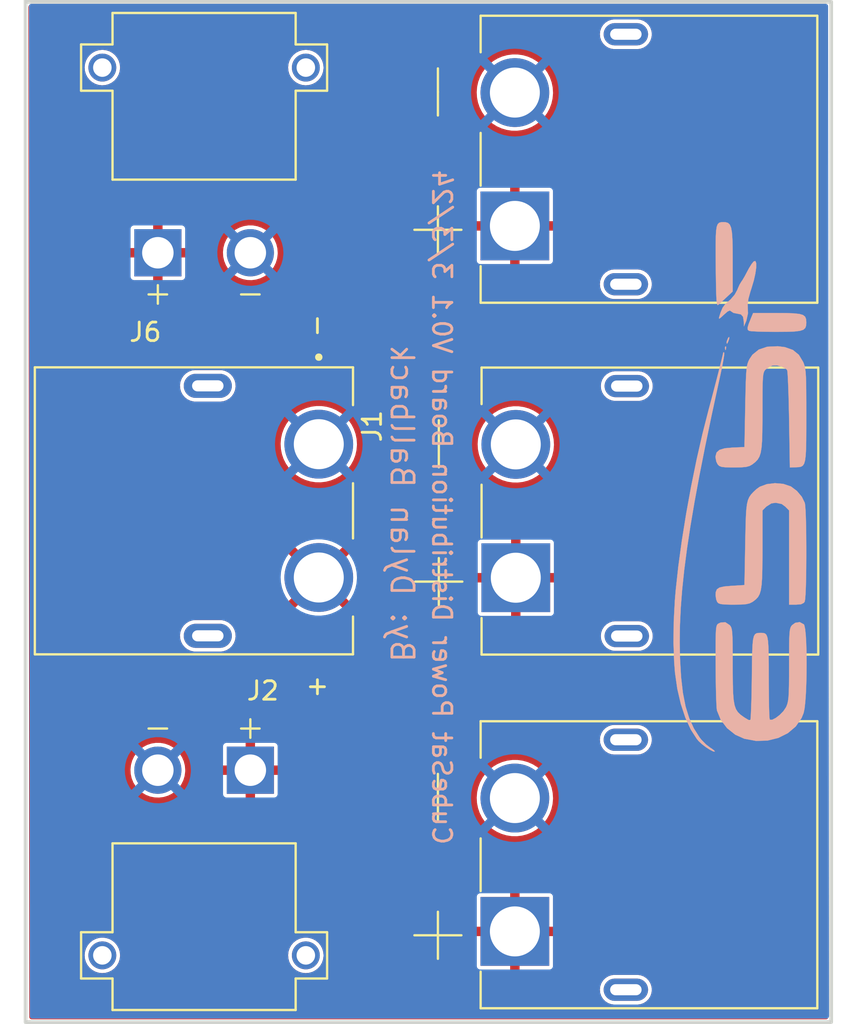
<source format=kicad_pcb>
(kicad_pcb (version 20211014) (generator pcbnew)
  (layers (0 "F.Cu" signal) (31 "B.Cu" signal) (34 "B.Paste" user) (35 "F.Paste" user) (36 "B.SilkS" user "B.Silkscreen") (37 "F.SilkS" user "F.Silkscreen") (38 "B.Mask" user) (39 "F.Mask" user) (44 "Edge.Cuts" user))
  (net 0 "")
  (net 1 "-BATT")
  (net 2 "+BATT")
  (footprint "dylan:AMASS_XT60PW-M" (layer "F.Cu") (at 142.75 73.15 -90)
    (fp_text reference "J5" hide)
    (fp_text value "XT60PW-M")
    (fp_line (start -4.905 10.16) (end -3.635 10.16) (layer "F.SilkS") (width 0.127))
    (fp_line (start -7.75 7.85) (end -5.778 7.85) (layer "F.SilkS") (width 0.127))
    (fp_line (start 2.54 10.16) (end 3.81 10.16) (layer "F.SilkS") (width 0.127))
    (fp_line (start 3.81 10.16) (end 3.81 11.43) (layer "F.SilkS") (width 0.127))
    (fp_line (start -1.422 7.85) (end 1.422 7.85) (layer "F.SilkS") (width 0.127))
    (fp_line (start 7.75 7.85) (end 5.778 7.85) (layer "F.SilkS") (width 0.127))
    (fp_line (start 7.75 7.85) (end 7.75 -10.35) (layer "F.SilkS") (width 0.127))
    (fp_line (start -7.75 -10.35) (end -7.75 7.85) (layer "F.SilkS") (width 0.127))
    (fp_line (start -2.365 10.16) (end -3.635 10.16) (layer "F.SilkS") (width 0.127))
    (fp_line (start 3.81 10.16) (end 3.81 8.89) (layer "F.SilkS") (width 0.127))
    (fp_line (start 5.08 10.16) (end 3.81 10.16) (layer "F.SilkS") (width 0.127))
    (fp_line (start 7.75 -10.35) (end -7.75 -10.35) (layer "F.SilkS") (width 0.127))
    (pad "1" thru_hole rect (at 3.6 6 270) (size 3.716 3.716) (drill 2.7) (layers *.Cu *.Mask) (net 2 "+BATT"))
    (pad "2" thru_hole circle (at -3.6 6 270) (size 3.716 3.716) (drill 2.7) (layers *.Cu *.Mask) (net 1 "-BATT"))
    (pad "S1" thru_hole oval (at 6.75 0 270) (size 1.2 2.4) (drill oval 0.6 1.7) (layers *.Cu *.Mask))
    (pad "S2" thru_hole oval (at -6.75 0 270) (size 1.2 2.4) (drill oval 0.6 1.7) (layers *.Cu *.Mask))
  )
  (footprint "dylan:AMASS_XT30PW-M" (layer "F.Cu") (at 119.95 116.14425 180)
    (fp_text reference "J2" (at -3.175 14.2875) (layer "F.SilkS"))
    (fp_text value "XT30PW-M")
    (fp_line (start 4.95 -2.95) (end 4.95 -1.25) (layer "F.SilkS") (width 0.127))
    (fp_line (start -4.95 -2.95) (end 4.95 -2.95) (layer "F.SilkS") (width 0.127))
    (fp_line (start -6.65 1.25) (end -6.65 -1.25) (layer "F.SilkS") (width 0.127))
    (fp_line (start 6.65 -1.25) (end 6.65 1.25) (layer "F.SilkS") (width 0.127))
    (fp_line (start -2.5 12.75) (end -2.5 11.75) (layer "F.SilkS") (width 0.127))
    (fp_line (start -3 12.25) (end -2 12.25) (layer "F.SilkS") (width 0.127))
    (fp_line (start -4.95 6.05) (end -4.95 1.25) (layer "F.SilkS") (width 0.127))
    (fp_line (start 6.65 1.25) (end 4.95 1.25) (layer "F.SilkS") (width 0.127))
    (fp_line (start -4.95 1.25) (end -6.65 1.25) (layer "F.SilkS") (width 0.127))
    (fp_line (start 4.95 6.05) (end -4.95 6.05) (layer "F.SilkS") (width 0.127))
    (fp_line (start 2 12.25) (end 3 12.25) (layer "F.SilkS") (width 0.127))
    (fp_line (start -6.65 -1.25) (end -4.95 -1.25) (layer "F.SilkS") (width 0.127))
    (fp_line (start -4.95 -1.25) (end -4.95 -2.95) (layer "F.SilkS") (width 0.127))
    (fp_line (start 4.95 -1.25) (end 6.65 -1.25) (layer "F.SilkS") (width 0.127))
    (fp_line (start 4.95 1.25) (end 4.95 6.05) (layer "F.SilkS") (width 0.127))
    (pad "N" thru_hole circle (at 2.5 10 180) (size 2.55 2.55) (drill 1.7) (layers *.Cu *.Mask) (net 1 "-BATT"))
    (pad "P" thru_hole rect (at -2.5 10 180) (size 2.55 2.55) (drill 1.7) (layers *.Cu *.Mask) (net 2 "+BATT"))
    (pad "S1" thru_hole circle (at 5.5 0 180) (size 1.508 1.508) (drill 1) (layers *.Cu *.Mask))
    (pad "S2" thru_hole circle (at -5.5 0 180) (size 1.508 1.508) (drill 1) (layers *.Cu *.Mask))
  )
  (footprint "dylan:AMASS_XT60PW-M" (layer "F.Cu") (at 142.8 92.15 -90)
    (fp_text reference "J4" hide)
    (fp_text value "XT60PW-M")
    (fp_line (start -7.75 -10.35) (end -7.75 7.85) (layer "F.SilkS") (width 0.127))
    (fp_line (start -1.422 7.85) (end 1.422 7.85) (layer "F.SilkS") (width 0.127))
    (fp_line (start -4.905 10.16) (end -3.635 10.16) (layer "F.SilkS") (width 0.127))
    (fp_line (start 7.75 -10.35) (end -7.75 -10.35) (layer "F.SilkS") (width 0.127))
    (fp_line (start 5.08 10.16) (end 3.81 10.16) (layer "F.SilkS") (width 0.127))
    (fp_line (start 7.75 7.85) (end 5.778 7.85) (layer "F.SilkS") (width 0.127))
    (fp_line (start 3.81 10.16) (end 3.81 11.43) (layer "F.SilkS") (width 0.127))
    (fp_line (start 2.54 10.16) (end 3.81 10.16) (layer "F.SilkS") (width 0.127))
    (fp_line (start 7.75 7.85) (end 7.75 -10.35) (layer "F.SilkS") (width 0.127))
    (fp_line (start -7.75 7.85) (end -5.778 7.85) (layer "F.SilkS") (width 0.127))
    (fp_line (start -2.365 10.16) (end -3.635 10.16) (layer "F.SilkS") (width 0.127))
    (fp_line (start 3.81 10.16) (end 3.81 8.89) (layer "F.SilkS") (width 0.127))
    (pad "1" thru_hole rect (at 3.6 6 270) (size 3.716 3.716) (drill 2.7) (layers *.Cu *.Mask) (net 2 "+BATT"))
    (pad "2" thru_hole circle (at -3.6 6 270) (size 3.716 3.716) (drill 2.7) (layers *.Cu *.Mask) (net 1 "-BATT"))
    (pad "S1" thru_hole oval (at 6.75 0 270) (size 1.2 2.4) (drill oval 0.6 1.7) (layers *.Cu *.Mask))
    (pad "S2" thru_hole oval (at -6.75 0 270) (size 1.2 2.4) (drill oval 0.6 1.7) (layers *.Cu *.Mask))
  )
  (footprint "dylan:AMASS_XT60PW-M" (layer "F.Cu") (at 142.75 111.25 -90)
    (fp_text reference "J3" hide)
    (fp_text value "XT60PW-M")
    (fp_line (start 3.81 10.16) (end 3.81 8.89) (layer "F.SilkS") (width 0.127))
    (fp_line (start -1.422 7.85) (end 1.422 7.85) (layer "F.SilkS") (width 0.127))
    (fp_line (start -4.905 10.16) (end -3.635 10.16) (layer "F.SilkS") (width 0.127))
    (fp_line (start 7.75 7.85) (end 7.75 -10.35) (layer "F.SilkS") (width 0.127))
    (fp_line (start 2.54 10.16) (end 3.81 10.16) (layer "F.SilkS") (width 0.127))
    (fp_line (start 3.81 10.16) (end 3.81 11.43) (layer "F.SilkS") (width 0.127))
    (fp_line (start -7.75 7.85) (end -5.778 7.85) (layer "F.SilkS") (width 0.127))
    (fp_line (start -2.365 10.16) (end -3.635 10.16) (layer "F.SilkS") (width 0.127))
    (fp_line (start 7.75 -10.35) (end -7.75 -10.35) (layer "F.SilkS") (width 0.127))
    (fp_line (start -7.75 -10.35) (end -7.75 7.85) (layer "F.SilkS") (width 0.127))
    (fp_line (start 7.75 7.85) (end 5.778 7.85) (layer "F.SilkS") (width 0.127))
    (fp_line (start 5.08 10.16) (end 3.81 10.16) (layer "F.SilkS") (width 0.127))
    (pad "1" thru_hole rect (at 3.6 6 270) (size 3.716 3.716) (drill 2.7) (layers *.Cu *.Mask) (net 2 "+BATT"))
    (pad "2" thru_hole circle (at -3.6 6 270) (size 3.716 3.716) (drill 2.7) (layers *.Cu *.Mask) (net 1 "-BATT"))
    (pad "S1" thru_hole oval (at 6.75 0 270) (size 1.2 2.4) (drill oval 0.6 1.7) (layers *.Cu *.Mask))
    (pad "S2" thru_hole oval (at -6.75 0 270) (size 1.2 2.4) (drill oval 0.6 1.7) (layers *.Cu *.Mask))
  )
  (footprint "dylan:AMASS_XT60PW-F" (layer "F.Cu") (at 126.15 92.1375 -90)
    (fp_text reference "J1" (at -4.575 -2.885 90) (layer "F.SilkS"))
    (fp_text value "XT60PW-F")
    (fp_text user "-" (at -10 0 -90 unlocked) (layer "F.SilkS"))
    (fp_text user "+" (at 9.5 0 -90 unlocked) (layer "F.SilkS"))
    (fp_line (start -1.49 -1.85) (end 1.49 -1.85) (layer "F.SilkS") (width 0.127))
    (fp_line (start -7.75 -1.85) (end -5.71 -1.85) (layer "F.SilkS") (width 0.127))
    (fp_line (start -7.75 15.35) (end -7.75 -1.85) (layer "F.SilkS") (width 0.127))
    (fp_line (start 5.71 -1.85) (end 7.75 -1.85) (layer "F.SilkS") (width 0.127))
    (fp_line (start 7.75 15.35) (end -7.75 15.35) (layer "F.SilkS") (width 0.127))
    (fp_line (start 7.75 -1.85) (end 7.75 15.35) (layer "F.SilkS") (width 0.127))
    (fp_circle (center -8.3 0) (end -8.2 0) (layer "F.SilkS") (width 0.2) (fill none))
    (pad "1" thru_hole circle (at -3.6 0 270) (size 3.716 3.716) (drill 2.7) (layers *.Cu *.Mask) (net 1 "-BATT"))
    (pad "2" thru_hole circle (at 3.6 0 270) (size 3.716 3.716) (drill 2.7) (layers *.Cu *.Mask) (net 2 "+BATT"))
    (pad "S1" thru_hole oval (at -6.75 6 270) (size 1.3 2.6) (drill oval 0.6 1.7) (layers *.Cu *.Mask))
    (pad "S2" thru_hole oval (at 6.75 6 270) (size 1.3 2.6) (drill oval 0.6 1.7) (layers *.Cu *.Mask))
  )
  (footprint "dylan:AMASS_XT30PW-M" (layer "F.Cu") (at 119.95 68.2)
    (fp_text reference "J6" (at -3.175 14.2875) (layer "F.SilkS"))
    (fp_text value "XT30PW-M")
    (fp_line (start 2 12.25) (end 3 12.25) (layer "F.SilkS") (width 0.127))
    (fp_line (start -4.95 6.05) (end -4.95 1.25) (layer "F.SilkS") (width 0.127))
    (fp_line (start 4.95 -2.95) (end 4.95 -1.25) (layer "F.SilkS") (width 0.127))
    (fp_line (start -4.95 -2.95) (end 4.95 -2.95) (layer "F.SilkS") (width 0.127))
    (fp_line (start 6.65 -1.25) (end 6.65 1.25) (layer "F.SilkS") (width 0.127))
    (fp_line (start 4.95 6.05) (end -4.95 6.05) (layer "F.SilkS") (width 0.127))
    (fp_line (start -6.65 1.25) (end -6.65 -1.25) (layer "F.SilkS") (width 0.127))
    (fp_line (start 4.95 1.25) (end 4.95 6.05) (layer "F.SilkS") (width 0.127))
    (fp_line (start -6.65 -1.25) (end -4.95 -1.25) (layer "F.SilkS") (width 0.127))
    (fp_line (start 4.95 -1.25) (end 6.65 -1.25) (layer "F.SilkS") (width 0.127))
    (fp_line (start 6.65 1.25) (end 4.95 1.25) (layer "F.SilkS") (width 0.127))
    (fp_line (start -4.95 -1.25) (end -4.95 -2.95) (layer "F.SilkS") (width 0.127))
    (fp_line (start -4.95 1.25) (end -6.65 1.25) (layer "F.SilkS") (width 0.127))
    (fp_line (start -2.5 12.75) (end -2.5 11.75) (layer "F.SilkS") (width 0.127))
    (fp_line (start -3 12.25) (end -2 12.25) (layer "F.SilkS") (width 0.127))
    (pad "N" thru_hole circle (at 2.5 10) (size 2.55 2.55) (drill 1.7) (layers *.Cu *.Mask) (net 1 "-BATT"))
    (pad "P" thru_hole rect (at -2.5 10) (size 2.55 2.55) (drill 1.7) (layers *.Cu *.Mask) (net 2 "+BATT"))
    (pad "S1" thru_hole circle (at 5.5 0) (size 1.508 1.508) (drill 1) (layers *.Cu *.Mask))
    (pad "S2" thru_hole circle (at -5.5 0) (size 1.508 1.508) (drill 1) (layers *.Cu *.Mask))
  )
  (footprint "dylan:eppl_logo2" (layer "B.Cu") (at 148.95 90.6 90)
    (fp_text reference "G***" hide)
    (fp_text value "LOGO" hide)
    (fp_poly (pts (xy 12.639017 -0.426495) (xy 13.135306 -0.439095) (xy 13.501171 -0.465803) (xy 13.756031 -0.511291) (xy 13.919307 -0.580229) (xy 14.01042 -0.677288) (xy 14.04879 -0.807138) (xy 14.054667 -0.9192) (xy 14.048947 -1.053853) (xy 14.018757 -1.157373) (xy 13.944551 -1.233671) (xy 13.806784 -1.286659) (xy 13.585908 -1.32025) (xy 13.26238 -1.338355) (xy 12.816652 -1.344886) (xy 12.22918 -1.343754) (xy 11.942234 -1.34198) (xy 11.376758 -1.336759) (xy 10.856643 -1.329204) (xy 10.409796 -1.319941) (xy 10.064124 -1.309593) (xy 9.847537 -1.298786) (xy 9.800167 -1.294023) (xy 9.631539 -1.26213) (xy 9.567334 -1.238418) (xy 9.620256 -1.171142) (xy 9.7585 -1.015353) (xy 9.937387 -0.820708) (xy 10.30744 -0.423333) (xy 11.992881 -0.423333) (xy 12.639017 -0.426495)) (layer "B.SilkS") (width 0.01) (fill solid))
    (fp_poly (pts (xy 4.341266 3.555302) (xy 4.914344 3.552367) (xy 5.360348 3.545941) (xy 5.700406 3.534765) (xy 5.955648 3.517585) (xy 6.147202 3.493142) (xy 6.296196 3.460182) (xy 6.423759 3.417446) (xy 6.503638 3.384502) (xy 6.887783 3.152647) (xy 7.149571 2.832037) (xy 7.301767 2.402019) (xy 7.350569 2.014536) (xy 7.325106 1.446259) (xy 7.17313 0.989706) (xy 6.893883 0.643199) (xy 6.658577 0.484002) (xy 6.542425 0.426613) (xy 6.41923 0.381568) (xy 6.266549 0.346846) (xy 6.061935 0.320423) (xy 5.782946 0.300278) (xy 5.407136 0.284387) (xy 4.912061 0.270728) (xy 4.275278 0.257279) (xy 4.106334 0.254) (xy 1.905 0.211667) (xy 1.87974 -0.421189) (xy 1.840568 -0.850387) (xy 1.755785 -1.134766) (xy 1.613592 -1.29543) (xy 1.402184 -1.353483) (xy 1.357727 -1.354666) (xy 1.119599 -1.309044) (xy 0.968682 -1.23433) (xy 0.888779 -1.153746) (xy 0.839491 -1.029827) (xy 0.813839 -0.825072) (xy 0.804841 -0.501976) (xy 0.804334 -0.351446) (xy 0.810735 0.037867) (xy 0.835116 0.302497) (xy 0.88524 0.486785) (xy 0.968871 0.635073) (xy 0.979685 0.650051) (xy 1.102883 0.805403) (xy 1.232257 0.927477) (xy 1.389052 1.02026) (xy 1.59451 1.087739) (xy 1.869874 1.1339) (xy 2.236386 1.16273) (xy 2.715289 1.178216) (xy 3.327827 1.184345) (xy 3.831167 1.185202) (xy 4.482924 1.185952) (xy 4.986604 1.189158) (xy 5.363461 1.196391) (xy 5.634747 1.209222) (xy 5.821717 1.229224) (xy 5.945624 1.257968) (xy 6.027722 1.297025) (xy 6.089264 1.347967) (xy 6.093847 1.352514) (xy 6.24327 1.561504) (xy 6.315104 1.735157) (xy 6.318644 1.9698) (xy 6.249671 2.235777) (xy 6.133675 2.453409) (xy 6.063809 2.52065) (xy 5.958259 2.537383) (xy 5.704926 2.555171) (xy 5.32535 2.573178) (xy 4.841069 2.590566) (xy 4.273623 2.6065) (xy 3.644553 2.620141) (xy 3.386667 2.624667) (xy 0.804334 2.667) (xy 0.815308 2.99935) (xy 0.823077 3.151071) (xy 0.846722 3.272366) (xy 0.903396 3.366642) (xy 1.010255 3.437302) (xy 1.184453 3.487752) (xy 1.443144 3.521395) (xy 1.803482 3.541637) (xy 2.282622 3.551882) (xy 2.897718 3.555535) (xy 3.619987 3.556) (xy 4.341266 3.555302)) (layer "B.SilkS") (width 0.01) (fill solid))
    (fp_poly (pts (xy 11.950404 0.80449) (xy 11.933521 0.714279) (xy 11.932519 0.713062) (xy 11.79682 0.601455) (xy 11.567241 0.458124) (xy 11.392985 0.364744) (xy 11.131334 0.226219) (xy 10.919589 0.100994) (xy 10.837334 0.043094) (xy 10.675536 -0.054809) (xy 10.440104 -0.1586) (xy 10.393541 -0.175673) (xy 10.136754 -0.317523) (xy 9.881995 -0.537028) (xy 9.813871 -0.614621) (xy 9.624902 -0.826748) (xy 9.435563 -0.967014) (xy 9.181909 -1.075558) (xy 8.974667 -1.141432) (xy 8.859913 -1.169122) (xy 8.842587 -1.140141) (xy 8.93072 -1.030843) (xy 9.058355 -0.895045) (xy 9.229487 -0.697178) (xy 9.282023 -0.577732) (xy 9.240587 -0.515367) (xy 9.154051 -0.386207) (xy 9.115618 -0.201559) (xy 9.071715 0.021621) (xy 8.942228 0.135887) (xy 8.688415 0.174597) (xy 8.678334 0.174944) (xy 8.424334 0.183147) (xy 8.720167 0.311916) (xy 9.134925 0.403383) (xy 9.376345 0.391294) (xy 9.624699 0.38249) (xy 9.919236 0.427315) (xy 10.304514 0.53389) (xy 10.490001 0.594285) (xy 10.903989 0.717572) (xy 11.282244 0.802313) (xy 11.599545 0.846431) (xy 11.830672 0.847849) (xy 11.950404 0.80449)) (layer "B.SilkS") (width 0.01) (fill solid))
    (fp_poly (pts (xy -9.203977 3.566669) (xy -8.69612 3.551667) (xy -8.260449 3.527073) (xy -7.924614 3.492809) (xy -7.716266 3.448797) (xy -7.668381 3.422953) (xy -7.54706 3.200637) (xy -7.585021 2.958073) (xy -7.704666 2.794) (xy -7.767737 2.739855) (xy -7.84929 2.698644) (xy -7.971432 2.668612) (xy -8.156272 2.648002) (xy -8.425914 2.63506) (xy -8.802467 2.628029) (xy -9.308036 2.625154) (xy -9.836935 2.624667) (xy -10.472584 2.623575) (xy -10.963133 2.619115) (xy -11.332809 2.609514) (xy -11.605836 2.592999) (xy -11.806441 2.567794) (xy -11.95885 2.532127) (xy -12.087289 2.484223) (xy -12.149682 2.455326) (xy -12.356861 2.316198) (xy -12.557638 2.11952) (xy -12.721642 1.90553) (xy -12.818501 1.714467) (xy -12.817842 1.586567) (xy -12.81128 1.578836) (xy -12.715158 1.564122) (xy -12.472617 1.5509) (xy -12.106569 1.539725) (xy -11.639924 1.531149) (xy -11.095594 1.525727) (xy -10.543822 1.524) (xy -9.841705 1.523119) (xy -9.290658 1.518361) (xy -8.872418 1.506556) (xy -8.568724 1.484536) (xy -8.361314 1.44913) (xy -8.231925 1.397168) (xy -8.162296 1.32548) (xy -8.134164 1.230897) (xy -8.129268 1.110248) (xy -8.129296 1.1049) (xy -8.13212 0.969685) (xy -8.150909 0.863197) (xy -8.203861 0.781762) (xy -8.30917 0.721705) (xy -8.485032 0.679352) (xy -8.749642 0.651028) (xy -9.121197 0.633058) (xy -9.617891 0.621768) (xy -10.25792 0.613483) (xy -10.58015 0.609947) (xy -11.182891 0.601186) (xy -11.726203 0.589137) (xy -12.188288 0.574619) (xy -12.547346 0.558454) (xy -12.781579 0.541462) (xy -12.869187 0.524463) (xy -12.869333 0.523767) (xy -12.825596 0.421894) (xy -12.715738 0.238652) (xy -12.662837 0.158755) (xy -12.537436 -0.012264) (xy -12.4065 -0.146161) (xy -12.248393 -0.24745) (xy -12.041478 -0.320644) (xy -11.76412 -0.370254) (xy -11.394684 -0.400794) (xy -10.911533 -0.416776) (xy -10.293031 -0.422714) (xy -9.872038 -0.423333) (xy -9.237455 -0.424077) (xy -8.750324 -0.42745) (xy -8.388765 -0.435161) (xy -8.130899 -0.448919) (xy -7.954845 -0.470434) (xy -7.838725 -0.501415) (xy -7.760659 -0.543571) (xy -7.704666 -0.592666) (xy -7.555707 -0.818426) (xy -7.566014 -1.061636) (xy -7.622979 -1.190899) (xy -7.657514 -1.240798) (xy -7.714459 -1.279268) (xy -7.813848 -1.307681) (xy -7.975716 -1.327408) (xy -8.220097 -1.339822) (xy -8.567026 -1.346294) (xy -9.036537 -1.348198) (xy -9.648664 -1.346904) (xy -9.887812 -1.346) (xy -10.492076 -1.341274) (xy -11.052026 -1.332518) (xy -11.541698 -1.320484) (xy -11.935128 -1.305926) (xy -12.206352 -1.289595) (xy -12.319 -1.275497) (xy -12.826503 -1.069119) (xy -13.273587 -0.72796) (xy -13.626802 -0.284414) (xy -13.844907 0.202169) (xy -13.962355 0.838329) (xy -13.944246 1.459177) (xy -13.801198 2.040172) (xy -13.543827 2.556774) (xy -13.182747 2.984442) (xy -12.728574 3.298637) (xy -12.457444 3.409573) (xy -12.218528 3.459557) (xy -11.858238 3.50049) (xy -11.404225 3.532293) (xy -10.884142 3.554889) (xy -10.325638 3.568202) (xy -9.756366 3.572155) (xy -9.203977 3.566669)) (layer "B.SilkS") (width 0.01) (fill solid))
    (fp_poly (pts (xy 7.823579 -0.653284) (xy 7.789334 -0.677333) (xy 7.608592 -0.747533) (xy 7.535334 -0.754752) (xy 7.484703 -0.730578) (xy 7.577667 -0.677333) (xy 7.757171 -0.613841) (xy 7.849787 -0.605824) (xy 7.823579 -0.653284)) (layer "B.SilkS") (width 0.01) (fill solid))
    (fp_poly (pts (xy 7.34307 -0.795513) (xy 7.317819 -0.833995) (xy 7.231945 -0.839982) (xy 7.141602 -0.819305) (xy 7.180792 -0.788829) (xy 7.313116 -0.778736) (xy 7.34307 -0.795513)) (layer "B.SilkS") (width 0.01) (fill solid))
    (fp_poly (pts (xy 7.00688 -0.882657) (xy 7.024561 -0.931472) (xy 7.020278 -0.931998) (xy 6.9173 -0.952959) (xy 6.67967 -1.009907) (xy 6.336407 -1.095407) (xy 5.916529 -1.202023) (xy 5.449057 -1.322321) (xy 4.96301 -1.448866) (xy 4.487406 -1.574223) (xy 4.051265 -1.690958) (xy 3.937 -1.721949) (xy 2.632226 -2.055579) (xy 1.233126 -2.374327) (xy -0.221333 -2.671288) (xy -1.692184 -2.939561) (xy -3.140461 -3.172241) (xy -4.527196 -3.362426) (xy -5.813423 -3.503212) (xy -6.392333 -3.551861) (xy -7.542986 -3.612444) (xy -8.670677 -3.624158) (xy -9.721699 -3.587137) (xy -10.287 -3.542202) (xy -11.147396 -3.419029) (xy -11.963341 -3.229516) (xy -12.706036 -2.98364) (xy -13.346678 -2.691377) (xy -13.856467 -2.362702) (xy -13.971217 -2.266065) (xy -14.131378 -2.09484) (xy -14.297104 -1.87696) (xy -14.439551 -1.656866) (xy -14.529876 -1.479001) (xy -14.540487 -1.388931) (xy -14.476836 -1.427398) (xy -14.367408 -1.573681) (xy -14.324696 -1.642845) (xy -14.149157 -1.871383) (xy -13.90445 -2.111449) (xy -13.785034 -2.207346) (xy -13.290755 -2.522161) (xy -12.737537 -2.775028) (xy -12.104169 -2.971203) (xy -11.369434 -3.11594) (xy -10.51212 -3.214495) (xy -9.511013 -3.272123) (xy -9.482666 -3.27313) (xy -8.614175 -3.289184) (xy -7.717132 -3.276085) (xy -6.779562 -3.232123) (xy -5.789488 -3.155588) (xy -4.734937 -3.044771) (xy -3.603932 -2.897962) (xy -2.384498 -2.71345) (xy -1.06466 -2.489528) (xy 0.367557 -2.224483) (xy 1.92413 -1.916608) (xy 3.617034 -1.564191) (xy 5.458243 -1.165525) (xy 5.786269 -1.093159) (xy 6.209602 -1.003508) (xy 6.571926 -0.934286) (xy 6.842307 -0.890829) (xy 6.989816 -0.87847) (xy 7.00688 -0.882657)) (layer "B.SilkS") (width 0.01) (fill solid))
    (fp_poly (pts (xy -3.43942 3.555109) (xy -2.858108 3.550614) (xy -2.317315 3.541829) (xy -1.843268 3.528731) (xy -1.462193 3.511296) (xy -1.200314 3.489502) (xy -1.106481 3.473001) (xy -0.778815 3.312441) (xy -0.464314 3.047574) (xy -0.228987 2.734974) (xy -0.215423 2.709334) (xy -0.081547 2.308792) (xy -0.043418 1.86076) (xy -0.096638 1.419642) (xy -0.236811 1.039843) (xy -0.364928 0.85959) (xy -0.518213 0.697086) (xy -0.654618 0.569199) (xy -0.796283 0.471363) (xy -0.965352 0.399013) (xy -1.183965 0.347583) (xy -1.474265 0.312508) (xy -1.858393 0.289223) (xy -2.358492 0.273162) (xy -2.996702 0.25976) (xy -3.302 0.254) (xy -5.545666 0.211667) (xy -5.588 -0.490145) (xy -5.622362 -0.883944) (xy -5.679781 -1.137645) (xy -5.777454 -1.280381) (xy -5.932576 -1.341286) (xy -6.096 -1.350795) (xy -6.324047 -1.315331) (xy -6.455833 -1.263218) (xy -6.526456 -1.196942) (xy -6.570872 -1.075316) (xy -6.59467 -0.864585) (xy -6.603443 -0.530994) (xy -6.604 -0.368696) (xy -6.598614 0.028993) (xy -6.577508 0.300944) (xy -6.533261 0.490552) (xy -6.458452 0.641208) (xy -6.42208 0.69501) (xy -6.310223 0.837188) (xy -6.186598 0.949018) (xy -6.030422 1.034108) (xy -5.820913 1.096065) (xy -5.537286 1.138496) (xy -5.15876 1.16501) (xy -4.664551 1.179212) (xy -4.033877 1.184711) (xy -3.597204 1.185334) (xy -1.516303 1.185334) (xy -1.308485 1.393152) (xy -1.134914 1.667802) (xy -1.100666 1.905001) (xy -1.169759 2.228021) (xy -1.308485 2.416849) (xy -1.516303 2.624667) (xy -6.604 2.624667) (xy -6.604 3.002688) (xy -6.582569 3.269728) (xy -6.506905 3.42007) (xy -6.440233 3.468355) (xy -6.309592 3.493254) (xy -6.035893 3.514023) (xy -5.645362 3.530639) (xy -5.164224 3.543078) (xy -4.618703 3.551318) (xy -4.035027 3.555336) (xy -3.43942 3.555109)) (layer "B.SilkS") (width 0.01) (fill solid))
    (fp_poly (pts (xy 8.814921 3.543634) (xy 8.946347 3.49164) (xy 9.037504 3.377676) (xy 9.095613 3.179399) (xy 9.1279 2.874466) (xy 9.141588 2.440535) (xy 9.144 1.984756) (xy 9.144 0.679606) (xy 8.861459 0.561553) (xy 8.547625 0.436573) (xy 8.352989 0.380045) (xy 8.243939 0.387455) (xy 8.186866 0.454287) (xy 8.18036 0.470069) (xy 8.16241 0.598556) (xy 8.147112 0.863907) (xy 8.135617 1.233658) (xy 8.129073 1.675347) (xy 8.128 1.948211) (xy 8.131745 2.508655) (xy 8.14764 2.921969) (xy 8.182675 3.210278) (xy 8.243841 3.395704) (xy 8.338129 3.500374) (xy 8.472528 3.546411) (xy 8.636 3.556) (xy 8.814921 3.543634)) (layer "B.SilkS") (width 0.01) (fill solid))
  )
  (gr_rect (start 110.3 64.65) (end 153.85 119.75) (layer "Edge.Cuts") (width 0.2) (fill none))
  (gr_text "By: Dylan Ballback" (at 130.65 91.75 270) (layer "B.SilkS") (effects (font (size 1.2 1.2)) (justify mirror)))
  (gr_text "CubeSat Power Distribution Board V0.1 3/3/24" (at 132.8 91.95 270) (layer "B.SilkS") (effects (font (size 1 1)) (justify mirror)))
  (zone (net 2) (net_name "+BATT") (layer "F.Cu") (connect_pads (clearance 0)) (min_thickness 0.254) (fill yes (thermal_gap 0.508) (thermal_bridge_width 0.508))
    (polygon (pts (xy 153.7 119.6) (xy 110.5 119.6) (xy 110.45 64.8) (xy 153.65 64.8)))
  )
  (zone (net 1) (net_name "-BATT") (layer "B.Cu") (connect_pads (clearance 0)) (min_thickness 0.254) (fill yes (thermal_gap 0.508) (thermal_bridge_width 0.508))
    (polygon (pts (xy 153.7334 119.556858) (xy 110.5334 119.556858) (xy 110.4834 64.756858) (xy 153.6834 64.756858)))
  )
)
</source>
